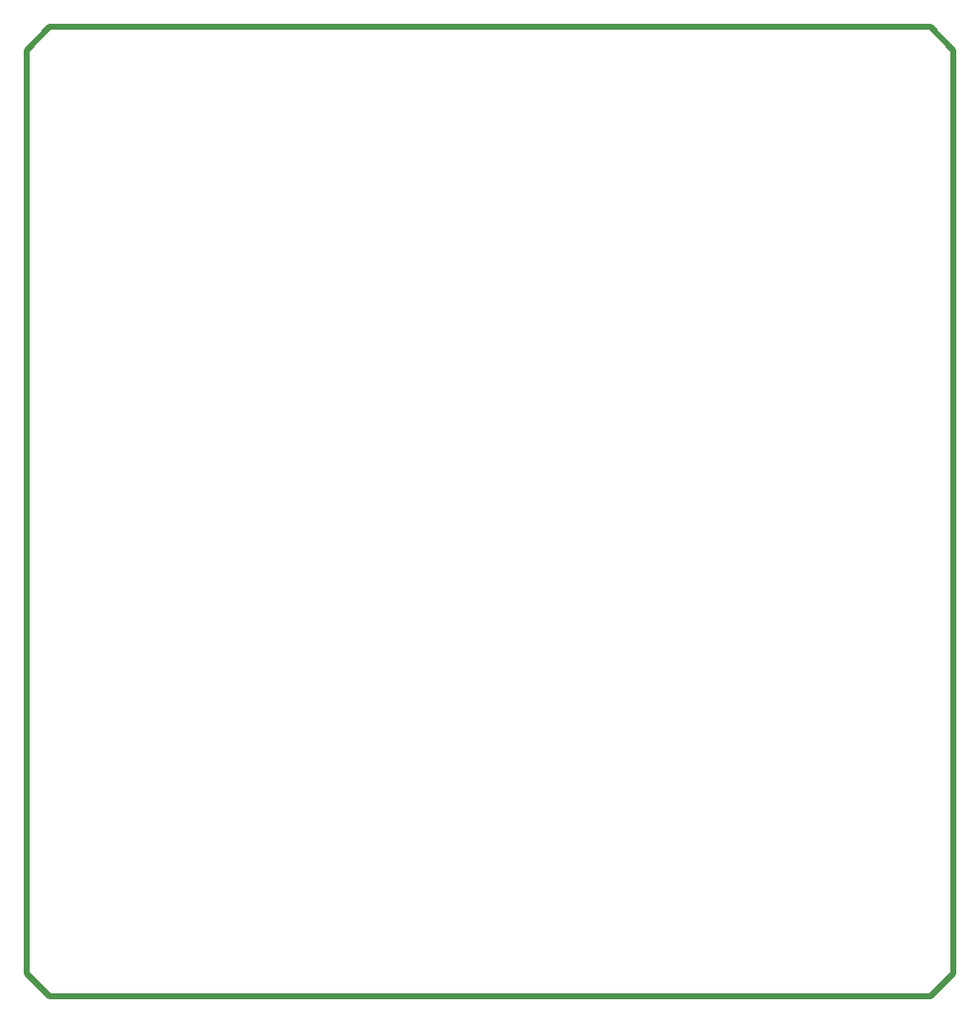
<source format=gko>
G04*
G04 #@! TF.GenerationSoftware,Altium Limited,Altium Designer,24.0.1 (36)*
G04*
G04 Layer_Color=16711935*
%FSLAX43Y43*%
%MOMM*%
G71*
G04*
G04 #@! TF.SameCoordinates,EBF473D2-59F7-4800-8C67-C9A5536F996E*
G04*
G04*
G04 #@! TF.FilePolarity,Positive*
G04*
G01*
G75*
%ADD41C,0.500*%
D41*
X77400Y83000D02*
X79400Y81000D01*
X77400Y0D02*
X79400Y2000D01*
X0Y81000D02*
X2000Y83000D01*
X0Y2000D02*
X2000Y0D01*
X77400D01*
X2000Y83000D02*
X77400D01*
X79400Y2000D02*
Y81000D01*
X0Y2000D02*
Y81000D01*
M02*

</source>
